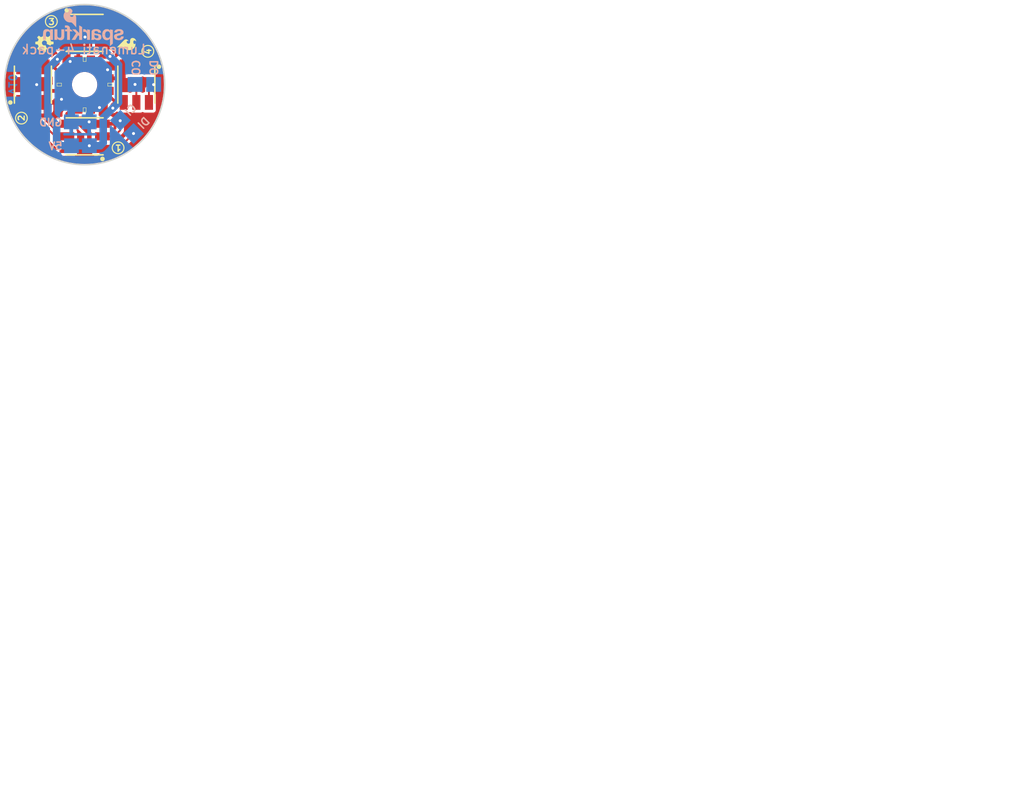
<source format=kicad_pcb>
(kicad_pcb (version 20221018) (generator pcbnew)
  (layers (0 "F.Cu" signal) (31 "B.Cu" signal) (34 "B.Paste" user) (35 "F.Paste" user) (36 "B.SilkS" user "B.Silkscreen") (37 "F.SilkS" user "F.Silkscreen") (38 "B.Mask" user) (39 "F.Mask" user) (44 "Edge.Cuts" user))
  (net 0 "")
  (net 1 "+5V")
  (net 2 "GND")
  (net 3 "Net-(J2-Pad1)")
  (net 4 "Net-(J3-Pad1)")
  (net 5 "Net-(J5-Pad1)")
  (net 6 "Net-(J6-Pad1)")
  (net 7 "Net-(U1-Pad6)")
  (net 8 "Net-(U1-Pad5)")
  (net 9 "Net-(U2-Pad6)")
  (net 10 "Net-(U2-Pad5)")
  (net 11 "Net-(U3-Pad6)")
  (net 12 "Net-(U3-Pad5)")
  (footprint "Pete:0603_revised" (layer "F.Cu") (at 145.923 101.854)
    (fp_text reference "C1" hide)
    (fp_text value "C" hide)
    (fp_line (start -0.19812 -0.29972) (end 0.19812 -0.29972) (stroke (width 0.06604)) (layer "F.SilkS"))
    (fp_line (start -0.19812 0.29972) (end -0.19812 -0.29972) (stroke (width 0.06604)) (layer "F.SilkS"))
    (fp_line (start -0.19812 0.29972) (end 0.19812 0.29972) (stroke (width 0.06604)) (layer "F.SilkS"))
    (fp_line (start 0.19812 0.29972) (end 0.19812 -0.29972) (stroke (width 0.06604)) (layer "F.SilkS"))
    (pad "1" smd rect (at -0.84836 0) (size 1.09982 0.99822) (layers "F.Cu" "F.Paste" "F.Mask") (net 1 "+5V"))
    (pad "2" smd rect (at 0.84836 0) (size 1.09982 0.99822) (layers "F.Cu" "F.Paste" "F.Mask") (net 2 "GND"))
  )
  (footprint "Pete:0603_revised" (layer "F.Cu") (at 142.494 98.425 -90)
    (fp_text reference "C2" hide)
    (fp_text value "C" hide)
    (fp_line (start -0.19812 -0.29972) (end 0.19812 -0.29972) (stroke (width 0.06604)) (layer "F.SilkS"))
    (fp_line (start -0.19812 0.29972) (end -0.19812 -0.29972) (stroke (width 0.06604)) (layer "F.SilkS"))
    (fp_line (start -0.19812 0.29972) (end 0.19812 0.29972) (stroke (width 0.06604)) (layer "F.SilkS"))
    (fp_line (start 0.19812 0.29972) (end 0.19812 -0.29972) (stroke (width 0.06604)) (layer "F.SilkS"))
    (pad "1" smd rect (at -0.84836 0 270) (size 1.09982 0.99822) (layers "F.Cu" "F.Paste" "F.Mask") (net 1 "+5V"))
    (pad "2" smd rect (at 0.84836 0 270) (size 1.09982 0.99822) (layers "F.Cu" "F.Paste" "F.Mask") (net 2 "GND"))
  )
  (footprint "Pete:0603_revised" (layer "F.Cu") (at 145.923 94.996 180)
    (fp_text reference "C3" hide)
    (fp_text value "C" hide)
    (fp_line (start -0.19812 -0.29972) (end 0.19812 -0.29972) (stroke (width 0.06604)) (layer "F.SilkS"))
    (fp_line (start -0.19812 0.29972) (end -0.19812 -0.29972) (stroke (width 0.06604)) (layer "F.SilkS"))
    (fp_line (start -0.19812 0.29972) (end 0.19812 0.29972) (stroke (width 0.06604)) (layer "F.SilkS"))
    (fp_line (start 0.19812 0.29972) (end 0.19812 -0.29972) (stroke (width 0.06604)) (layer "F.SilkS"))
    (pad "1" smd rect (at -0.84836 0 180) (size 1.09982 0.99822) (layers "F.Cu" "F.Paste" "F.Mask") (net 1 "+5V"))
    (pad "2" smd rect (at 0.84836 0 180) (size 1.09982 0.99822) (layers "F.Cu" "F.Paste" "F.Mask") (net 2 "GND"))
  )
  (footprint "Pete:0603_revised" (layer "F.Cu") (at 149.352 98.425 90)
    (fp_text reference "C4" hide)
    (fp_text value "C" hide)
    (fp_line (start -0.19812 -0.29972) (end 0.19812 -0.29972) (stroke (width 0.06604)) (layer "F.SilkS"))
    (fp_line (start -0.19812 0.29972) (end -0.19812 -0.29972) (stroke (width 0.06604)) (layer "F.SilkS"))
    (fp_line (start -0.19812 0.29972) (end 0.19812 0.29972) (stroke (width 0.06604)) (layer "F.SilkS"))
    (fp_line (start 0.19812 0.29972) (end 0.19812 -0.29972) (stroke (width 0.06604)) (layer "F.SilkS"))
    (pad "1" smd rect (at -0.84836 0 90) (size 1.09982 0.99822) (layers "F.Cu" "F.Paste" "F.Mask") (net 1 "+5V"))
    (pad "2" smd rect (at 0.84836 0 90) (size 1.09982 0.99822) (layers "F.Cu" "F.Paste" "F.Mask") (net 2 "GND"))
  )
  (footprint "Pete:APA102_3" (layer "F.Cu") (at 145.923 105.41)
    (fp_text reference "U1" hide)
    (fp_text value "APA102C" hide)
    (fp_line (start -2.5 -2.5) (end 2.5 -2.5) (stroke (width 0.2032)) (layer "F.SilkS"))
    (fp_line (start -2.5 2.5) (end 2.5 2.5) (stroke (width 0.2032)) (layer "F.SilkS"))
    (fp_circle (center 2.413 3.048) (end 2.4765 3.1115) (stroke (width 0.15)) (fill none) (layer "F.SilkS"))
    (fp_circle (center 2.413 3.048) (end 2.54 3.2385) (stroke (width 0.15)) (fill none) (layer "F.SilkS"))
    (pad "1" smd rect (at 2.4 1.7) (size 2 1.1) (layers "F.Cu" "F.Paste" "F.Mask") (net 4 "Net-(J3-Pad1)"))
    (pad "2" smd rect (at 2.399998 0) (size 2 1.1) (layers "F.Cu" "F.Paste" "F.Mask") (net 3 "Net-(J2-Pad1)"))
    (pad "3" smd rect (at 2.4 -1.700001) (size 2 1.1) (layers "F.Cu" "F.Paste" "F.Mask") (net 2 "GND"))
    (pad "4" smd rect (at -2.4 -1.7 180) (size 2 1.1) (layers "F.Cu" "F.Paste" "F.Mask") (net 1 "+5V"))
    (pad "5" smd rect (at -2.399998 0 180) (size 2 1.1) (layers "F.Cu" "F.Paste" "F.Mask") (net 8 "Net-(U1-Pad5)"))
    (pad "6" smd rect (at -2.4 1.700001 180) (size 2 1.1) (layers "F.Cu" "F.Paste" "F.Mask") (net 7 "Net-(U1-Pad6)"))
  )
  (footprint "Pete:APA102_3" (layer "F.Cu") (at 138.938 98.425 -90)
    (fp_text reference "U2" hide)
    (fp_text value "APA102C" hide)
    (fp_line (start -2.5 -2.5) (end 2.5 -2.5) (stroke (width 0.2032)) (layer "F.SilkS"))
    (fp_line (start -2.5 2.5) (end 2.5 2.5) (stroke (width 0.2032)) (layer "F.SilkS"))
    (fp_circle (center 2.413 3.048) (end 2.4765 3.1115) (stroke (width 0.15)) (fill none) (layer "F.SilkS"))
    (fp_circle (center 2.413 3.048) (end 2.54 3.2385) (stroke (width 0.15)) (fill none) (layer "F.SilkS"))
    (pad "1" smd rect (at 2.4 1.7 270) (size 2 1.1) (layers "F.Cu" "F.Paste" "F.Mask") (net 7 "Net-(U1-Pad6)"))
    (pad "2" smd rect (at 2.399998 0 270) (size 2 1.1) (layers "F.Cu" "F.Paste" "F.Mask") (net 8 "Net-(U1-Pad5)"))
    (pad "3" smd rect (at 2.4 -1.700001 270) (size 2 1.1) (layers "F.Cu" "F.Paste" "F.Mask") (net 2 "GND"))
    (pad "4" smd rect (at -2.4 -1.7 90) (size 2 1.1) (layers "F.Cu" "F.Paste" "F.Mask") (net 1 "+5V"))
    (pad "5" smd rect (at -2.399998 0 90) (size 2 1.1) (layers "F.Cu" "F.Paste" "F.Mask") (net 10 "Net-(U2-Pad5)"))
    (pad "6" smd rect (at -2.4 1.700001 90) (size 2 1.1) (layers "F.Cu" "F.Paste" "F.Mask") (net 9 "Net-(U2-Pad6)"))
  )
  (footprint "Pete:APA102_3" (layer "F.Cu") (at 145.923 91.44 180)
    (fp_text reference "U3" hide)
    (fp_text value "APA102C" hide)
    (fp_line (start -2.5 -2.5) (end 2.5 -2.5) (stroke (width 0.2032)) (layer "F.SilkS"))
    (fp_line (start -2.5 2.5) (end 2.5 2.5) (stroke (width 0.2032)) (layer "F.SilkS"))
    (fp_circle (center 2.413 3.048) (end 2.4765 3.1115) (stroke (width 0.15)) (fill none) (layer "F.SilkS"))
    (fp_circle (center 2.413 3.048) (end 2.54 3.2385) (stroke (width 0.15)) (fill none) (layer "F.SilkS"))
    (pad "1" smd rect (at 2.4 1.7 180) (size 2 1.1) (layers "F.Cu" "F.Paste" "F.Mask") (net 9 "Net-(U2-Pad6)"))
    (pad "2" smd rect (at 2.399998 0 180) (size 2 1.1) (layers "F.Cu" "F.Paste" "F.Mask") (net 10 "Net-(U2-Pad5)"))
    (pad "3" smd rect (at 2.4 -1.700001 180) (size 2 1.1) (layers "F.Cu" "F.Paste" "F.Mask") (net 2 "GND"))
    (pad "4" smd rect (at -2.4 -1.7) (size 2 1.1) (layers "F.Cu" "F.Paste" "F.Mask") (net 1 "+5V"))
    (pad "5" smd rect (at -2.399998 0) (size 2 1.1) (layers "F.Cu" "F.Paste" "F.Mask") (net 12 "Net-(U3-Pad5)"))
    (pad "6" smd rect (at -2.4 1.700001) (size 2 1.1) (layers "F.Cu" "F.Paste" "F.Mask") (net 11 "Net-(U3-Pad6)"))
  )
  (footprint "Pete:APA102_3" (layer "F.Cu") (at 152.908 98.425 90)
    (fp_text reference "U4" hide)
    (fp_text value "APA102C" hide)
    (fp_line (start -2.5 -2.5) (end 2.5 -2.5) (stroke (width 0.2032)) (layer "F.SilkS"))
    (fp_line (start -2.5 2.5) (end 2.5 2.5) (stroke (width 0.2032)) (layer "F.SilkS"))
    (fp_circle (center 2.413 3.048) (end 2.4765 3.1115) (stroke (width 0.15)) (fill none) (layer "F.SilkS"))
    (fp_circle (center 2.413 3.048) (end 2.54 3.2385) (stroke (width 0.15)) (fill none) (layer "F.SilkS"))
    (pad "1" smd rect (at 2.4 1.7 90) (size 2 1.1) (layers "F.Cu" "F.Paste" "F.Mask") (net 11 "Net-(U3-Pad6)"))
    (pad "2" smd rect (at 2.399998 0 90) (size 2 1.1) (layers "F.Cu" "F.Paste" "F.Mask") (net 12 "Net-(U3-Pad5)"))
    (pad "3" smd rect (at 2.4 -1.700001 90) (size 2 1.1) (layers "F.Cu" "F.Paste" "F.Mask") (net 2 "GND"))
    (pad "4" smd rect (at -2.4 -1.7 270) (size 2 1.1) (layers "F.Cu" "F.Paste" "F.Mask") (net 1 "+5V"))
    (pad "5" smd rect (at -2.399998 0 270) (size 2 1.1) (layers "F.Cu" "F.Paste" "F.Mask") (net 5 "Net-(J5-Pad1)"))
    (pad "6" smd rect (at -2.4 1.700001 270) (size 2 1.1) (layers "F.Cu" "F.Paste" "F.Mask") (net 6 "Net-(J6-Pad1)"))
  )
  (footprint "SparkFun:OSHW-LOGO-MINI" (layer "F.Cu") (at 140.4874 92.7862 45)
    (fp_text reference "" (at 0 0 45) (layer "F.SilkS") (effects (font (size 1.524 1.524))))
    (fp_text value "" (at 0 0 45) (layer "F.SilkS") (effects (font (size 1.524 1.524))))
    (fp_poly (pts (xy 1.23444 0.17018) (xy 1.23444 -0.14732) (xy 0.8763 -0.20574) (xy 0.8763 -0.24638) (xy 0.86614 -0.25654) (xy 0.86614 -0.27686) (xy 0.85598 -0.28702) (xy 0.84582 -0.30734) (xy 0.84582 -0.32512) (xy 0.83566 -0.33528) (xy 0.83566 -0.3556) (xy 0.8255 -0.36576) (xy 0.81534 -0.38608) (xy 0.80518 -0.39624) (xy 0.80518 -0.41656) (xy 0.79502 -0.42672) (xy 0.78486 -0.44704) (xy 0.7747 -0.4572) (xy 0.98552 -0.74676) (xy 0.75438 -0.9652) (xy 0.46482 -0.76708) (xy 0.45466 -0.77724) (xy 0.43434 -0.78486) (xy 0.42418 -0.78486) (xy 0.4064 -0.79502) (xy 0.39624 -0.80518) (xy 0.37592 -0.81534) (xy 0.36576 -0.81534) (xy 0.34544 -0.8255) (xy 0.33528 -0.83566) (xy 0.31496 -0.83566) (xy 0.29464 -0.84582) (xy 0.28448 -0.84582) (xy 0.26416 -0.85598) (xy 0.25654 -0.85598) (xy 0.23622 -0.86614) (xy 0.2159 -0.86614) (xy 0.15494 -1.21666) (xy -0.16256 -1.21666) (xy -0.22098 -0.86614) (xy -0.23114 -0.86614) (xy -0.25146 -0.85598) (xy -0.27178 -0.85598) (xy -0.28194 -0.84582) (xy -0.30226 -0.84582) (xy -0.32258 -0.83566) (xy -0.33274 -0.83566) (xy -0.35306 -0.8255) (xy -0.36322 -0.81534) (xy -0.381 -0.81534) (xy -0.39116 -0.80518) (xy -0.41148 -0.79502) (xy -0.42164 -0.78486) (xy -0.44196 -0.78486) (xy -0.45212 -0.77724) (xy -0.47244 -0.76708) (xy -0.762 -0.9652) (xy -0.98298 -0.74676) (xy -0.78232 -0.4572) (xy -0.79248 -0.44704) (xy -0.79248 -0.42672) (xy -0.80264 -0.41656) (xy -0.8128 -0.39624) (xy -0.82296 -0.38608) (xy -0.82296 -0.36576) (xy -0.83312 -0.3556) (xy -0.84328 -0.33528) (xy -0.84328 -0.32512) (xy -0.86106 -0.28702) (xy -0.86106 -0.27686) (xy -0.87122 -0.25654) (xy -0.87122 -0.24638) (xy -0.88138 -0.22606) (xy -0.88138 -0.20574) (xy -1.2319 -0.14732) (xy -1.2319 0.17018) (xy -0.88138 0.23114) (xy -0.88138 0.2413) (xy -0.87122 0.26162) (xy -0.87122 0.28194) (xy -0.86106 0.2921) (xy -0.86106 0.31242) (xy -0.8509 0.32258) (xy -0.84328 0.34036) (xy -0.84328 0.36068) (xy -0.83312 0.37084) (xy -0.83312 0.39116) (xy -0.82296 0.40132) (xy -0.8128 0.42164) (xy -0.80264 0.4318) (xy -0.79248 0.45212) (xy -0.79248 0.46228) (xy -0.78232 0.4826) (xy -0.98298 0.762) (xy -0.762 0.9906) (xy -0.47244 0.79248) (xy -0.46228 0.79248) (xy -0.45212 0.8001) (xy -0.44196 0.8001) (xy -0.4318 0.81026) (xy -0.42164 0.81026) (xy -0.41148 0.82042) (xy -0.40132 0.82042) (xy -0.39116 0.83058) (xy -0.381 0.83058) (xy -0.37338 0.84074) (xy -0.36322 0.84074) (xy -0.35306 0.8509) (xy -0.33274 0.8509) (xy -0.32258 0.86106) (xy -0.12192 0.32258) (xy -0.1524 0.31242) (xy -0.19304 0.2921) (xy -0.21336 0.27178) (xy -0.23114 0.26162) (xy -0.25146 0.2413) (xy -0.26162 0.22098) (xy -0.28194 0.20066) (xy -0.30226 0.16256) (xy -0.31242 0.13208) (xy -0.33274 0.09144) (xy -0.33274 0.06096) (xy -0.3429 0.03048) (xy -0.3429 -0.0254) (xy -0.30226 -0.14732) (xy -0.26162 -0.20574) (xy -0.2413 -0.22606) (xy -0.21336 -0.24638) (xy -0.19304 -0.2667) (xy -0.16256 -0.28702) (xy -0.13208 -0.29718) (xy -0.1016 -0.31496) (xy -0.07112 -0.31496) (xy -0.03302 -0.32512) (xy 0.03556 -0.32512) (xy 0.06604 -0.31496) (xy 0.09652 -0.31496) (xy 0.12446 -0.29718) (xy 0.15494 -0.28702) (xy 0.2159 -0.24638) (xy 0.25654 -0.20574) (xy 0.29464 -0.14732) (xy 0.3048 -0.11684) (xy 0.32512 -0.08636) (xy 0.32512 -0.05588) (xy 0.33528 -0.0254) (xy 0.33528 0.06096) (xy 0.32512 0.09144) (xy 0.32512 0.11176) (xy 0.31496 0.13208) (xy 0.3048 0.16256) (xy 0.29464 0.18034) (xy 0.27432 0.20066) (xy 0.26416 0.22098) (xy 0.22606 0.26162) (xy 0.20574 0.27178) (xy 0.18542 0.2921) (xy 0.12446 0.32258) (xy 0.32512 0.86106) (xy 0.32512 0.8509) (xy 0.34544 0.8509) (xy 0.3556 0.84074) (xy 0.36576 0.84074) (xy 0.37592 0.83058) (xy 0.38608 0.83058) (xy 0.39624 0.82042) (xy 0.41656 0.82042) (xy 0.42418 0.81026) (xy 0.43434 0.81026) (xy 0.45466 0.79248) (xy 0.46482 0.79248) (xy 0.75438 0.9906) (xy 0.98552 0.762) (xy 0.7747 0.4826) (xy 0.78486 0.46228) (xy 0.79502 0.45212) (xy 0.80518 0.4318) (xy 0.80518 0.42164) (xy 0.81534 0.40132) (xy 0.8255 0.39116) (xy 0.83566 0.37084) (xy 0.83566 0.36068) (xy 0.85598 0.32258) (xy 0.85598 0.31242) (xy 0.86614 0.2921) (xy 0.86614 0.28194) (xy 0.8763 0.26162) (xy 0.8763 0.2413) (xy 0.88646 0.23114)) (stroke (width 0.01)) (fill solid) (layer "F.SilkS"))
  )
  (footprint "SparkFun:SFE_LOGO_FLAME_.1" (layer "F.Cu") (at 149.8092 93.4212 -45)
    (fp_text reference "" (at 0 0 315) (layer "F.SilkS") (effects (font (size 1.524 1.524))))
    (fp_text value "" (at 0 0 315) (layer "F.SilkS") (effects (font (size 1.524 1.524))))
    (fp_poly (pts (xy 1.69926 -2.4892) (xy 1.69926 -2.39776) (xy 1.6891 -2.36982) (xy 1.67894 -2.3495) (xy 1.64846 -2.31902) (xy 1.61798 -2.30886) (xy 1.5875 -2.30886) (xy 1.50876 -2.32918) (xy 1.46812 -2.3495) (xy 1.43764 -2.36982) (xy 1.39954 -2.39776) (xy 1.33858 -2.45872) (xy 1.29794 -2.51968) (xy 1.28778 -2.55778) (xy 1.28778 -2.61874) (xy 1.29794 -2.64922) (xy 1.3081 -2.66954) (xy 1.32842 -2.69748) (xy 1.36906 -2.72796) (xy 1.4097 -2.74828) (xy 1.45796 -2.75844) (xy 1.4986 -2.7686) (xy 1.55956 -2.7686) (xy 1.57988 -2.75844) (xy 1.5875 -2.75844) (xy 1.57988 -2.7686) (xy 1.53924 -2.79908) (xy 1.39954 -2.86766) (xy 1.3081 -2.88798) (xy 1.20904 -2.88798) (xy 1.09982 -2.86766) (xy 0.98806 -2.80924) (xy 0.89916 -2.73812) (xy 0.84836 -2.65938) (xy 0.81788 -2.56794) (xy 0.81788 -2.4892) (xy 0.8382 -2.39776) (xy 0.889 -2.30886) (xy 0.95758 -2.22758) (xy 1.03886 -2.13868) (xy 1.10998 -2.06756) (xy 1.13792 -1.98882) (xy 1.13792 -1.9177) (xy 1.1176 -1.85928) (xy 1.0795 -1.80848) (xy 1.01854 -1.76784) (xy 0.9398 -1.74752) (xy 0.85852 -1.74752) (xy 0.80772 -1.75768) (xy 0.75946 -1.778) (xy 0.6985 -1.83896) (xy 0.67818 -1.86944) (xy 0.66802 -1.89992) (xy 0.66802 -1.93802) (xy 0.67818 -1.9685) (xy 0.73914 -2.02946) (xy 0.76962 -2.03962) (xy 0.80772 -2.05994) (xy 0.81788 -2.06756) (xy 0.77978 -2.08788) (xy 0.65786 -2.08788) (xy 0.59944 -2.07772) (xy 0.54864 -2.06756) (xy 0.49784 -2.04978) (xy 0.45974 -2.0193) (xy 0.40894 -1.97866) (xy 0.34798 -1.8796) (xy 0.32766 -1.80848) (xy 0.3175 -1.72974) (xy 0.3175 -0.35814) (xy 0.3683 -0.40894) (xy 0.39878 -0.45974) (xy 0.44958 -0.508) (xy 0.49784 -0.56896) (xy 0.61976 -0.68834) (xy 0.73914 -0.82804) (xy 0.8382 -0.92964) (xy 0.9398 -0.98806) (xy 0.99822 -0.99822) (xy 1.18872 -0.99822) (xy 1.3081 -1.01854) (xy 1.41986 -1.04902) (xy 1.51892 -1.08966) (xy 1.61798 -1.14808) (xy 1.69926 -1.2192) (xy 1.778 -1.29794) (xy 1.84912 -1.38938) (xy 1.94818 -1.56972) (xy 1.99898 -1.75768) (xy 2.00914 -1.92786) (xy 1.97866 -2.08788) (xy 1.92786 -2.23774) (xy 1.85928 -2.3495) (xy 1.778 -2.4384)) (stroke (width 0.01)) (fill solid) (layer "F.SilkS"))
  )
  (footprint "SparkFun:FIDUCIAL-MICRO" (layer "F.Cu") (at 153.0096 91.3384)
    (fp_text reference "" (at 0 0) (layer "F.SilkS") (effects (font (size 1.524 1.524))))
    (fp_text value "" (at 0 0) (layer "F.SilkS") (effects (font (size 1.524 1.524))))
    (pad "1" smd circle (at 0 0) (size 0.635 0.635) (layers "F.Cu" "F.Paste" "F.Mask"))
  )
  (footprint "SparkFun:FIDUCIAL-MICRO" (layer "F.Cu") (at 138.8872 105.4608)
    (fp_text reference "" (at 0 0) (layer "F.SilkS") (effects (font (size 1.524 1.524))))
    (fp_text value "" (at 0 0) (layer "F.SilkS") (effects (font (size 1.524 1.524))))
    (pad "1" smd circle (at 0 0) (size 0.635 0.635) (layers "F.Cu" "F.Paste" "F.Mask"))
  )
  (footprint "Pete:STAND-OFF_115_2" (layer "F.Cu") (at 145.923 98.425)
    (fp_text reference "Ref**" hide)
    (fp_text value "Val**" hide)
    (pad "" np_thru_hole circle (at 0 0) (size 2.921 2.921) (drill 2.921) (layers "*.Cu" "*.Mask"))
  )
  (footprint "Pete:solder_pad_2" (layer "B.Cu") (at 146.558 106.68 -60)
    (fp_text reference "J1" hide)
    (fp_text value "5V")
    (pad "1" smd rect (at 0 0) (size 2 2) (layers "B.Cu" "B.Paste" "B.Mask") (net 1 "+5V"))
  )
  (footprint "Pete:solder_pad_2" (layer "B.Cu") (at 150.749 103.251 30)
    (fp_text reference "J2" hide)
    (fp_text value "CI")
    (pad "1" smd rect (at 0 0 45) (size 2 2) (layers "B.Cu" "B.Paste" "B.Mask") (net 3 "Net-(J2-Pad1)"))
  )
  (footprint "Pete:solder_pad_2" (layer "B.Cu") (at 152.527 105.029)
    (fp_text reference "J3" hide)
    (fp_text value "DI")
    (pad "1" smd rect (at 0 0 45) (size 2 2) (layers "B.Cu" "B.Paste" "B.Mask") (net 4 "Net-(J3-Pad1)"))
  )
  (footprint "Pete:solder_pad_2" (layer "B.Cu") (at 146.5326 103.4542 150)
    (fp_text reference "J4" hide)
    (fp_text value "GND")
    (pad "1" smd rect (at 0 0 180) (size 2 2) (layers "B.Cu" "B.Paste" "B.Mask") (net 2 "GND"))
  )
  (footprint "Pete:solder_pad_2" (layer "B.Cu") (at 151.4602 98.3996 -30)
    (fp_text reference "J5" hide)
    (fp_text value "CO")
    (pad "1" smd rect (at 1.099852 -0.635 270) (size 2 2) (layers "B.Cu" "B.Paste" "B.Mask") (net 5 "Net-(J5-Pad1)"))
  )
  (footprint "Pete:solder_pad_2" (layer "B.Cu") (at 155.2448 98.3996 90)
    (fp_text reference "J6" hide)
    (fp_text value "DO")
    (pad "1" smd rect (at 0 0 90) (size 2 2) (layers "B.Cu" "B.Paste" "B.Mask") (net 6 "Net-(J6-Pad1)"))
  )
  (footprint "Aesthetics:SFE_LOGO_NAME_FLAME_.1" (layer "B.Cu") (at 151.638 93.3196 180)
    (fp_text reference "" (at 0 0 180) (layer "B.SilkS") (effects (font (size 1.524 1.524)) (justify mirror)))
    (fp_text value "" (at 0 0 180) (layer "B.SilkS") (effects (font (size 1.524 1.524)) (justify mirror)))
    (fp_poly (pts (xy 2.9083 1.39954) (xy 2.93878 1.47828) (xy 2.94894 1.55956) (xy 2.94894 1.6383) (xy 3.33756 1.62814) (xy 3.32994 1.48844) (xy 3.29946 1.3589) (xy 3.24866 1.23952)) (stroke (width 0.01)) (fill solid) (layer "B.SilkS"))
    (fp_poly (pts (xy 6.0579 2.6797) (xy 6.44906 2.88798) (xy 6.44906 1.84912) (xy 6.93928 2.35966) (xy 7.39902 2.35966) (xy 6.86816 1.83896) (xy 7.45998 0.9398) (xy 6.98754 0.9398) (xy 6.59892 1.56972) (xy 6.44906 1.42748) (xy 6.44906 0.9398) (xy 6.0579 0.9398)) (stroke (width 0.01)) (fill solid) (layer "B.SilkS"))
    (fp_poly (pts (xy 3.92938 1.74752) (xy 4.01828 1.75768) (xy 4.10972 1.76784) (xy 4.1783 1.778) (xy 4.2291 1.57988) (xy 4.20878 1.56972) (xy 4.18846 1.56972) (xy 4.15798 1.55956) (xy 4.11988 1.55956) (xy 4.0894 1.5494) (xy 4.04876 1.5494) (xy 4.02844 1.53924) (xy 4.00812 1.53924)) (stroke (width 0.01)) (fill solid) (layer "B.SilkS"))
    (fp_poly (pts (xy 4.99872 2.28854) (xy 5.04952 2.2987) (xy 5.08762 2.30886) (xy 5.13842 2.30886) (xy 5.18922 2.31902) (xy 5.22986 2.32918) (xy 5.27812 2.33934) (xy 5.32892 2.3495) (xy 5.36956 2.35966) (xy 5.36956 2.08788) (xy 5.40766 2.159) (xy 5.4483 2.2098) (xy 5.4991 2.26822) (xy 5.5499 2.30886) (xy 5.61848 2.3495) (xy 5.67944 2.36982) (xy 5.74802 2.3876) (xy 5.88772 2.3876) (xy 5.89788 2.37998) (xy 5.90804 2.37998) (xy 5.90804 2.0193) (xy 5.89788 2.0193) (xy 5.87756 2.02946) (xy 5.76834 2.02946) (xy 5.66928 2.0193) (xy 5.588 1.99898) (xy 5.51942 1.95834) (xy 5.46862 1.89992) (xy 5.42798 1.8288) (xy 5.40766 1.75768) (xy 5.38988 1.66878) (xy 5.38988 0.9398) (xy 4.99872 0.9398) (xy 4.99872 2.11836)) (stroke (width 0.01)) (fill solid) (layer "B.SilkS"))
    (fp_poly (pts (xy 7.69874 2.09804) (xy 7.30758 2.09804) (xy 7.34822 2.12852) (xy 7.3787 2.159) (xy 7.40918 2.18948) (xy 7.44982 2.22758) (xy 7.47776 2.25806) (xy 7.50824 2.28854) (xy 7.54888 2.31902) (xy 7.57936 2.35966) (xy 7.69874 2.35966) (xy 7.69874 2.55778) (xy 7.72922 2.63906) (xy 7.7597 2.70764) (xy 7.80796 2.7686) (xy 7.87908 2.8194) (xy 7.95782 2.8575) (xy 8.05942 2.88798) (xy 8.34898 2.88798) (xy 8.3693 2.87782) (xy 8.3693 2.59842) (xy 8.19912 2.59842) (xy 8.15848 2.58826) (xy 8.13816 2.5781) (xy 8.11784 2.56794) (xy 8.09752 2.54) (xy 8.0899 2.51968) (xy 8.0899 2.47904) (xy 8.07974 2.4384) (xy 8.07974 2.35966) (xy 8.34898 2.35966) (xy 8.34898 2.09804) (xy 8.07974 2.09804) (xy 8.07974 0.9398) (xy 7.69874 0.9398) (xy 7.69874 1.94818)) (stroke (width 0.01)) (fill solid) (layer "B.SilkS"))
    (fp_poly (pts (xy 9.78916 0.9398) (xy 9.41832 0.9398) (xy 9.41832 1.13792) (xy 9.40816 1.13792) (xy 9.36752 1.0795) (xy 9.32942 1.0287) (xy 9.27862 0.98806) (xy 9.21766 0.95758) (xy 9.1694 0.9398) (xy 9.10844 0.91948) (xy 9.03986 0.90932) (xy 8.9789 0.89916) (xy 8.8392 0.90932) (xy 8.72998 0.94996) (xy 8.63854 0.99822) (xy 8.56996 1.05918) (xy 8.51916 1.14808) (xy 8.48868 1.24968) (xy 8.46836 1.3589) (xy 8.46836 2.35966) (xy 8.84936 2.35966) (xy 8.84936 1.55956) (xy 8.85952 1.47828) (xy 8.86968 1.39954) (xy 8.87984 1.33858) (xy 8.90778 1.29794) (xy 8.93826 1.25984) (xy 8.98906 1.22936) (xy 9.03986 1.2192) (xy 9.09828 1.20904) (xy 9.17956 1.2192) (xy 9.23798 1.22936) (xy 9.28878 1.25984) (xy 9.32942 1.29794) (xy 9.3599 1.3589) (xy 9.38784 1.42748) (xy 9.398 1.50876) (xy 9.398 2.35966) (xy 9.78916 2.35966) (xy 9.78916 1.1176)) (stroke (width 0.01)) (fill solid) (layer "B.SilkS"))
    (fp_poly (pts (xy 9.99998 2.35966) (xy 10.36828 2.35966) (xy 10.36828 2.159) (xy 10.37844 2.159) (xy 10.41908 2.21996) (xy 10.45972 2.25806) (xy 10.50798 2.2987) (xy 10.56894 2.33934) (xy 10.6299 2.35966) (xy 10.68832 2.37998) (xy 10.74928 2.3876) (xy 10.8077 2.3876) (xy 10.94994 2.37998) (xy 11.05916 2.3495) (xy 11.14806 2.2987) (xy 11.21918 2.22758) (xy 11.26998 2.14884) (xy 11.29792 2.04978) (xy 11.31824 1.93802) (xy 11.3284 1.80848) (xy 11.3284 0.9398) (xy 10.93978 0.9398) (xy 10.93978 1.7399) (xy 10.92962 1.81864) (xy 10.91946 1.88976) (xy 10.9093 1.94818) (xy 10.87882 1.99898) (xy 10.84834 2.03962) (xy 10.79754 2.06756) (xy 10.74928 2.07772) (xy 10.68832 2.08788) (xy 10.60958 2.07772) (xy 10.54862 2.06756) (xy 10.49782 2.03962) (xy 10.45972 1.98882) (xy 10.42924 1.93802) (xy 10.39876 1.86944) (xy 10.3886 1.778) (xy 10.3886 0.9398) (xy 9.99998 0.9398) (xy 9.99998 2.17932)) (stroke (width 0.01)) (fill solid) (layer "B.SilkS"))
    (fp_poly (pts (xy 3.24866 1.23952) (xy 3.1877 1.12776) (xy 3.0988 1.03886) (xy 2.98958 0.95758) (xy 2.86766 0.91948) (xy 2.7178 0.89916) (xy 2.65938 0.90932) (xy 2.59842 0.91948) (xy 2.54 0.92964) (xy 2.47904 0.95758) (xy 2.42824 0.98806) (xy 2.37998 1.01854) (xy 2.33934 1.06934) (xy 2.2987 1.1176) (xy 2.28854 1.1176) (xy 2.28854 0.09906) (xy 2.2479 0.1397) (xy 2.19964 0.18796) (xy 2.14884 0.2286) (xy 2.09804 0.26924) (xy 2.04978 0.30988) (xy 1.99898 0.35814) (xy 1.95834 0.39878) (xy 1.90754 0.43942) (xy 1.90754 2.28854) (xy 1.94818 2.2987) (xy 1.99898 2.30886) (xy 2.04978 2.30886) (xy 2.08788 2.31902) (xy 2.13868 2.32918) (xy 2.17932 2.33934) (xy 2.22758 2.3495) (xy 2.27838 2.35966) (xy 2.27838 2.17932) (xy 2.31902 2.22758) (xy 2.35966 2.26822) (xy 2.40792 2.30886) (xy 2.45872 2.33934) (xy 2.50952 2.36982) (xy 2.56794 2.37998) (xy 2.6289 2.3876) (xy 2.69748 2.3876) (xy 2.84988 2.37998) (xy 2.98958 2.32918) (xy 3.0988 2.25806) (xy 3.1877 2.159) (xy 3.25882 2.04978) (xy 3.29946 1.9177) (xy 3.32994 1.778) (xy 3.33756 1.62814) (xy 2.94894 1.6383) (xy 2.94894 1.72974) (xy 2.93878 1.80848) (xy 2.9083 1.88976) (xy 2.87782 1.95834) (xy 2.82956 2.0193) (xy 2.7686 2.05994) (xy 2.69748 2.08788) (xy 2.60858 2.09804) (xy 2.52984 2.08788) (xy 2.44856 2.05994) (xy 2.39776 2.0193) (xy 2.3495 1.95834) (xy 2.31902 1.88976) (xy 2.28854 1.80848) (xy 2.27838 1.72974) (xy 2.27838 1.55956) (xy 2.2987 1.47828) (xy 2.31902 1.39954) (xy 2.3495 1.32842) (xy 2.39776 1.27762) (xy 2.45872 1.22936) (xy 2.52984 1.20904) (xy 2.61874 1.19888) (xy 2.69748 1.20904) (xy 2.77876 1.22936) (xy 2.83972 1.27762) (xy 2.87782 1.32842) (xy 2.9083 1.39954)) (stroke (width 0.01)) (fill solid) (layer "B.SilkS"))
    (fp_poly (pts (xy 0.80772 1.39954) (xy 0.80772 1.33858) (xy 0.82804 1.28778) (xy 0.85852 1.24968) (xy 0.89916 1.2192) (xy 0.9398 1.18872) (xy 0.99822 1.17856) (xy 1.04902 1.1684) (xy 1.10998 1.15824) (xy 1.14808 1.1684) (xy 1.18872 1.1684) (xy 1.22936 1.17856) (xy 1.27 1.19888) (xy 1.3081 1.22936) (xy 1.33858 1.25984) (xy 1.34874 1.29794) (xy 1.3589 1.33858) (xy 1.34874 1.37922) (xy 1.32842 1.41986) (xy 1.28778 1.4478) (xy 1.23952 1.47828) (xy 1.17856 1.4986) (xy 1.09982 1.51892) (xy 1.01854 1.53924) (xy 0.91948 1.55956) (xy 0.82804 1.57988) (xy 0.7493 1.60782) (xy 0.67818 1.6383) (xy 0.6096 1.67894) (xy 0.54864 1.71958) (xy 0.508 1.778) (xy 0.47752 1.84912) (xy 0.4699 1.93802) (xy 0.47752 2.05994) (xy 0.51816 2.159) (xy 0.58928 2.23774) (xy 0.65786 2.2987) (xy 0.75946 2.3495) (xy 0.85852 2.36982) (xy 0.96774 2.3876) (xy 1.19888 2.3876) (xy 1.3081 2.36982) (xy 1.4097 2.33934) (xy 1.4986 2.2987) (xy 1.57988 2.23774) (xy 1.6383 2.159) (xy 1.6891 2.05994) (xy 1.70942 1.93802) (xy 1.33858 1.93802) (xy 1.32842 1.98882) (xy 1.3081 2.03962) (xy 1.28778 2.06756) (xy 1.25984 2.08788) (xy 1.2192 2.1082) (xy 1.1684 2.12852) (xy 0.99822 2.12852) (xy 0.96774 2.11836) (xy 0.92964 2.1082) (xy 0.89916 2.09804) (xy 0.87884 2.06756) (xy 0.85852 2.03962) (xy 0.85852 1.99898) (xy 0.86868 1.95834) (xy 0.89916 1.9177) (xy 0.9398 1.88976) (xy 0.99822 1.85928) (xy 1.05918 1.83896) (xy 1.13792 1.8288) (xy 1.2192 1.80848) (xy 1.29794 1.78816) (xy 1.37922 1.76784) (xy 1.46812 1.74752) (xy 1.53924 1.70942) (xy 1.60782 1.66878) (xy 1.66878 1.61798) (xy 1.70942 1.55956) (xy 1.7399 1.48844) (xy 1.74752 1.39954) (xy 1.72974 1.27) (xy 1.6891 1.15824) (xy 1.62814 1.0795) (xy 1.5494 1.00838) (xy 1.4478 0.95758) (xy 1.33858 0.92964) (xy 1.2192 0.90932) (xy 1.09982 0.89916) (xy 0.9779 0.90932) (xy 0.85852 0.92964) (xy 0.7493 0.95758) (xy 0.6477 1.00838) (xy 0.56896 1.0795) (xy 0.49784 1.1684) (xy 0.45974 1.27) (xy 0.43942 1.39954) (xy 0.75946 1.39954)) (stroke (width 0.01)) (fill solid) (layer "B.SilkS"))
    (fp_poly (pts (xy 8.24992 4.77774) (xy 8.24992 4.699) (xy 8.23976 4.66852) (xy 8.2296 4.63804) (xy 8.19912 4.61772) (xy 8.16864 4.60756) (xy 8.09752 4.60756) (xy 8.05942 4.62788) (xy 8.01878 4.6482) (xy 7.9883 4.66852) (xy 7.94766 4.699) (xy 7.91972 4.71932) (xy 7.88924 4.7498) (xy 7.86892 4.7879) (xy 7.8486 4.81838) (xy 7.83844 4.85902) (xy 7.82828 4.8895) (xy 7.83844 4.91998) (xy 7.8486 4.93776) (xy 7.85876 4.96824) (xy 7.87908 4.99872) (xy 7.91972 5.0292) (xy 7.95782 5.04952) (xy 8.00862 5.05968) (xy 8.04926 5.06984) (xy 8.07974 5.06984) (xy 8.10768 5.05968) (xy 8.13816 5.05968) (xy 8.128 5.06984) (xy 8.0899 5.09778) (xy 8.02894 5.12826) (xy 7.94766 5.15874) (xy 7.85876 5.18922) (xy 7.7597 5.18922) (xy 7.64794 5.1689) (xy 7.53872 5.10794) (xy 7.44982 5.0292) (xy 7.39902 4.95808) (xy 7.36854 4.86918) (xy 7.36854 4.7879) (xy 7.38886 4.699) (xy 7.43966 4.60756) (xy 7.50824 4.52882) (xy 7.58952 4.43992) (xy 7.6581 4.35864) (xy 7.68858 4.28752) (xy 7.68858 4.21894) (xy 7.66826 4.15798) (xy 7.62762 4.10972) (xy 7.5692 4.06908) (xy 7.48792 4.04876) (xy 7.40918 4.04876) (xy 7.35838 4.05892) (xy 7.30758 4.07924) (xy 7.27964 4.09956) (xy 7.24916 4.1275) (xy 7.22884 4.16814) (xy 7.21868 4.19862) (xy 7.21868 4.2291) (xy 7.22884 4.25958) (xy 7.24916 4.28752) (xy 7.26948 4.30784) (xy 7.2898 4.32816) (xy 7.31774 4.33832) (xy 7.33806 4.34848) (xy 7.35838 4.35864) (xy 7.36854 4.3688) (xy 7.34822 4.37896) (xy 7.3279 4.37896) (xy 7.2898 4.38912) (xy 7.20852 4.38912) (xy 7.14756 4.37896) (xy 7.0993 4.35864) (xy 7.0485 4.33832) (xy 7.00786 4.30784) (xy 6.9596 4.2799) (xy 6.92912 4.2291) (xy 6.89864 4.16814) (xy 6.87832 4.10972) (xy 6.86816 4.01828) (xy 6.858 3.92938) (xy 6.858 2.64922) (xy 6.86816 2.64922) (xy 6.88848 2.6797) (xy 6.91896 2.70764) (xy 6.94944 2.74828) (xy 6.9977 2.79908) (xy 7.0485 2.8575) (xy 7.10946 2.91846) (xy 7.15772 2.98958) (xy 7.22884 3.05816) (xy 7.2898 3.11912) (xy 7.33806 3.17754) (xy 7.38886 3.21818) (xy 7.43966 3.25882) (xy 7.48792 3.2893) (xy 7.54888 3.29946) (xy 7.73938 3.29946) (xy 7.85876 3.31978) (xy 7.96798 3.34772) (xy 8.06958 3.38836) (xy 8.16864 3.44932) (xy 8.24992 3.5179) (xy 8.32866 3.59918) (xy 8.39978 3.68808) (xy 8.49884 3.86842) (xy 8.54964 4.04876) (xy 8.5598 4.2291) (xy 8.52932 4.38912) (xy 8.47852 4.52882) (xy 8.40994 4.6482) (xy 8.32866 4.73964)) (stroke (width 0.01)) (fill solid) (layer "B.SilkS"))
    (fp_poly (pts (xy 4.00812 1.53924) (xy 3.97764 1.52908) (xy 3.95986 1.51892) (xy 3.9497 1.50876) (xy 3.92938 1.4986) (xy 3.90906 1.48844) (xy 3.8989 1.47828) (xy 3.87858 1.46812) (xy 3.86842 1.4478) (xy 3.85826 1.42748) (xy 3.8481 1.4097) (xy 3.8481 1.38938) (xy 3.83794 1.36906) (xy 3.83794 1.31826) (xy 3.8481 1.28778) (xy 3.8481 1.27) (xy 3.85826 1.24968) (xy 3.86842 1.23952) (xy 3.87858 1.2192) (xy 3.8989 1.20904) (xy 3.90906 1.19888) (xy 3.92938 1.18872) (xy 3.9497 1.17856) (xy 3.96748 1.17856) (xy 3.9878 1.1684) (xy 4.00812 1.1684) (xy 4.02844 1.15824) (xy 4.07924 1.15824) (xy 4.1275 1.1684) (xy 4.1783 1.1684) (xy 4.21894 1.18872) (xy 4.25958 1.19888) (xy 4.28752 1.2192) (xy 4.30784 1.23952) (xy 4.32816 1.27) (xy 4.34848 1.28778) (xy 4.35864 1.31826) (xy 4.3688 1.34874) (xy 4.37896 1.36906) (xy 4.38912 1.39954) (xy 4.38912 1.62814) (xy 4.37896 1.61798) (xy 4.3688 1.60782) (xy 4.34848 1.60782) (xy 4.32816 1.59766) (xy 4.30784 1.5875) (xy 4.28752 1.5875) (xy 4.26974 1.57988) (xy 4.2291 1.57988) (xy 4.1783 1.778) (xy 4.24942 1.79832) (xy 4.30784 1.81864) (xy 4.35864 1.84912) (xy 4.38912 1.88976) (xy 4.38912 1.99898) (xy 4.37896 2.0193) (xy 4.3688 2.03962) (xy 4.35864 2.05994) (xy 4.34848 2.06756) (xy 4.33832 2.08788) (xy 4.318 2.09804) (xy 4.29768 2.1082) (xy 4.2799 2.11836) (xy 4.25958 2.11836) (xy 4.23926 2.12852) (xy 4.05892 2.12852) (xy 4.0386 2.11836) (xy 4.01828 2.1082) (xy 3.99796 2.09804) (xy 3.97764 2.08788) (xy 3.95986 2.07772) (xy 3.9497 2.06756) (xy 3.92938 2.04978) (xy 3.91922 2.03962) (xy 3.90906 2.0193) (xy 3.8989 1.98882) (xy 3.88874 1.9685) (xy 3.88874 1.9177) (xy 3.49758 1.9177) (xy 3.50774 1.97866) (xy 3.5179 2.03962) (xy 3.53822 2.09804) (xy 3.5687 2.13868) (xy 3.59918 2.18948) (xy 3.62966 2.22758) (xy 3.66776 2.25806) (xy 3.71856 2.28854) (xy 3.76936 2.31902) (xy 3.81762 2.33934) (xy 3.86842 2.3495) (xy 3.92938 2.36982) (xy 3.9878 2.37998) (xy 4.0386 2.3876) (xy 4.26974 2.3876) (xy 4.318 2.37998) (xy 4.37896 2.37998) (xy 4.42976 2.36982) (xy 4.47802 2.3495) (xy 4.52882 2.33934) (xy 4.57962 2.31902) (xy 4.61772 2.28854) (xy 4.65836 2.25806) (xy 4.699 2.22758) (xy 4.72948 2.18948) (xy 4.7498 2.14884) (xy 4.76758 2.09804) (xy 4.77774 2.04978) (xy 4.77774 1.17856) (xy 4.7879 1.15824) (xy 4.7879 1.06934) (xy 4.79806 1.04902) (xy 4.79806 1.0287) (xy 4.80822 1.00838) (xy 4.80822 0.9779) (xy 4.81838 0.95758) (xy 4.82854 0.94996) (xy 4.82854 0.9398) (xy 4.43992 0.9398) (xy 4.43992 0.94996) (xy 4.42976 0.95758) (xy 4.42976 0.96774) (xy 4.4196 0.9779) (xy 4.4196 1.00838) (xy 4.40944 1.01854) (xy 4.40944 1.0795) (xy 4.38912 1.04902) (xy 4.35864 1.0287) (xy 4.33832 1.00838) (xy 4.30784 0.98806) (xy 4.2799 0.9779) (xy 4.24942 0.95758) (xy 4.21894 0.94996) (xy 4.18846 0.9398) (xy 4.15798 0.92964) (xy 4.1275 0.91948) (xy 4.09956 0.91948) (xy 4.06908 0.90932) (xy 4.02844 0.90932) (xy 3.99796 0.89916) (xy 3.88874 0.89916) (xy 3.83794 0.90932) (xy 3.78968 0.90932) (xy 3.74904 0.91948) (xy 3.69824 0.9398) (xy 3.6576 0.95758) (xy 3.62966 0.9779) (xy 3.58902 0.99822) (xy 3.55854 1.0287) (xy 3.53822 1.05918) (xy 3.50774 1.09982) (xy 3.48996 1.12776) (xy 3.4798 1.17856) (xy 3.45948 1.2192) (xy 3.45948 1.27) (xy 3.44932 1.31826) (xy 3.46964 1.42748) (xy 3.49758 1.51892) (xy 3.53822 1.5875) (xy 3.60934 1.64846) (xy 3.67792 1.6891) (xy 3.7592 1.71958) (xy 3.83794 1.7399) (xy 3.92938 1.74752)) (stroke (width 0.01)) (fill solid) (layer "B.SilkS"))
  )
  (footprint "Pete:solder_pad_2" (layer "B.Cu") (at 144.145 106.68)
    (fp_text reference "J7" hide)
    (fp_text value "5V")
    (pad "1" smd rect (at 0 0) (size 2 2) (layers "B.Cu" "B.Paste" "B.Mask") (net 1 "+5V"))
  )
  (footprint "Pete:solder_pad_2" (layer "B.Cu") (at 144.1196 103.4542)
    (fp_text reference "J8" hide)
    (fp_text value "GND")
    (pad "1" smd rect (at 0 0) (size 2 2) (layers "B.Cu" "B.Paste" "B.Mask") (net 2 "GND"))
  )
  (gr_circle (center 154.4574 93.9292) (end 155.0924 94.4118) (stroke (width 0.15)) (fill none) (layer "F.SilkS"))
  (gr_circle (center 141.4272 89.8906) (end 142.0622 90.3732) (stroke (width 0.15)) (fill none) (layer "F.SilkS"))
  (gr_circle (center 137.3886 102.9462) (end 137.922 103.5304) (stroke (width 0.15)) (fill none) (layer "F.SilkS"))
  (gr_circle (center 150.4442 106.9594) (end 151.0538 107.4674) (stroke (width 0.15)) (fill none) (layer "F.SilkS"))
  (gr_circle (center 145.923 98.425) (end 154.178 105.41) (stroke (width 0.2032)) (fill none) (layer "Edge.Cuts"))
  (gr_text "v10" (at 136.1694 98.3488 270) (layer "B.Cu") (effects (font (size 1.016 1.016) (thickness 0.2032)) (justify mirror)))
  (gr_text "GND" (at 141.351 103.5304) (layer "B.SilkS") (effects (font (size 1.016 1.016) (thickness 0.2032)) (justify mirror)))
  (gr_text "DO" (at 155.321 96.139 90) (layer "B.SilkS") (effects (font (size 1.016 1.016) (thickness 0.2032)) (justify mirror)))
  (gr_text "Lumenati 4-pack" (at 145.796 93.6752) (layer "B.SilkS") (effects (font (size 1.27 1.27) (thickness 0.2032)) (justify mirror)))
  (gr_text "CI" (at 152.146 101.854 45) (layer "B.SilkS") (effects (font (size 1.016 1.016) (thickness 0.2032)) (justify mirror)))
  (gr_text "DI" (at 153.924 103.632 45) (layer "B.SilkS") (effects (font (size 1.016 1.016) (thickness 0.2032)) (justify mirror)))
  (gr_text "5V" (at 141.986 106.7308) (layer "B.SilkS") (effects (font (size 1.016 1.016) (thickness 0.2032)) (justify mirror)))
  (gr_text "CO" (at 152.908 96.139 90) (layer "B.SilkS") (effects (font (size 1.016 1.016) (thickness 0.2032)) (justify mirror)))
  (gr_text "2" (at 137.3886 102.9208 90) (layer "F.SilkS") (effects (font (size 0.8128 0.8128) (thickness 0.1778))))
  (gr_text "3" (at 141.4526 89.9414) (layer "F.SilkS") (effects (font (size 0.8128 0.8128) (thickness 0.1778))))
  (gr_text "4" (at 154.5082 93.9546 90) (layer "F.SilkS") (effects (font (size 0.8128 0.8128) (thickness 0.1778))))
  (gr_text "1" (at 150.4442 106.9594 180) (layer "F.SilkS") (effects (font (size 0.8128 0.8128) (thickness 0.1778))))
  (segment (start 150.127 100.825) (end 149.733 101.219) (width 0.6096) (layer "F.Cu") (net 1))
  (segment (start 149.733 101.219) (end 149.733 101.6) (width 0.6096) (layer "F.Cu") (net 1))
  (segment (start 141.719 96.025) (end 142.24 95.504) (width 0.6096) (layer "F.Cu") (net 1))
  (segment (start 142.24 95.504) (end 142.24 94.996) (width 0.6096) (layer "F.Cu") (net 1))
  (segment (start 145.2644 103.71) (end 146.558 105.0036) (width 0.6096) (layer "F.Cu") (net 1))
  (segment (start 146.558 105.0036) (end 146.558 106.68) (width 0.6096) (layer "F.Cu") (net 1))
  (segment (start 142.494 96.8) (end 141.719 96.025) (width 0.4064) (layer "F.Cu") (net 1))
  (segment (start 144.018 101.854) (end 143.523 102.349) (width 0.4064) (layer "F.Cu") (net 1))
  (segment (start 143.523 102.349) (end 143.523 103.71) (width 0.4064) (layer "F.Cu") (net 1))
  (segment (start 149.352 100.05) (end 150.127 100.825) (width 0.4064) (layer "F.Cu") (net 1))
  (segment (start 148.323 94.348) (end 148.59 94.615) (width 0.6096) (layer "F.Cu") (net 1))
  (segment (start 148.59 94.615) (end 149.352 94.615) (width 0.6096) (layer "F.Cu") (net 1))
  (segment (start 147.675 94.996) (end 148.323 94.348) (width 0.4064) (layer "F.Cu") (net 1))
  (segment (start 148.323 93.14) (end 148.323 94.348) (width 0.6096) (layer "F.Cu") (net 1))
  (segment (start 151.208 100.825) (end 150.127 100.825) (width 0.6096) (layer "F.Cu") (net 1))
  (segment (start 146.77136 94.996) (end 147.675 94.996) (width 0.4064) (layer "F.Cu") (net 1))
  (segment (start 142.494 97.57664) (end 142.494 96.8) (width 0.4064) (layer "F.Cu") (net 1))
  (segment (start 149.352 99.27336) (end 149.352 100.05) (width 0.4064) (layer "F.Cu") (net 1))
  (segment (start 145.07464 101.854) (end 144.018 101.854) (width 0.4064) (layer "F.Cu") (net 1))
  (segment (start 140.638 96.025) (end 141.719 96.025) (width 0.6096) (layer "F.Cu") (net 1))
  (segment (start 143.523 103.71) (end 145.2644 103.71) (width 0.6096) (layer "F.Cu") (net 1))
  (via (at 149.352 94.615) (size 0.6) (drill 0.4) (layers "F.Cu" "B.Cu") (net 1))
  (via (at 142.24 94.996) (size 0.6) (drill 0.4) (layers "F.Cu" "B.Cu") (net 1))
  (via (at 146.558 106.68) (size 0.6) (drill 0.4) (layers "F.Cu" "B.Cu") (net 1))
  (via (at 149.733 101.6) (size 0.6) (drill 0.4) (layers "F.Cu" "B.Cu") (net 1))
  (segment (start 142.24 94.996) (end 140.97 96.266) (width 1.016) (layer "B.Cu") (net 1))
  (segment (start 149.352 94.615) (end 149.352 94.615) (width 1.016) (layer "B.Cu") (net 1))
  (segment (start 150.495 95.758) (end 150.495 100.838) (width 1.016) (layer "B.Cu") (net 1))
  (segment (start 150.495 100.838) (end 149.733 101.6) (width 1.016) (layer "B.Cu") (net 1))
  (segment (start 142.24 94.996) (end 142.24 94.996) (width 1.016) (layer "B.Cu") (net 1))
  (segment (start 149.352 94.615) (end 150.495 95.758) (width 1.016) (layer "B.Cu") (net 1))
  (segment (start 140.97 102.743) (end 141.351 103.124) (width 1.016) (layer "B.Cu") (net 1))
  (segment (start 143.2306 94.0054) (end 143.4338 93.8022) (width 1.016) (layer "B.Cu") (net 1))
  (segment (start 143.4338 93.8022) (end 148.5392 93.8022) (width 1.016) (layer "B.Cu") (net 1))
  (segment (start 148.5392 93.8022) (end 149.352 94.615) (width 1.016) (layer "B.Cu") (net 1))
  (segment (start 148.4376 102.8954) (end 148.4376 106.2736) (width 1.016) (layer "B.Cu") (net 1))
  (segment (start 148.0312 106.68) (end 146.558 106.68) (width 1.016) (layer "B.Cu") (net 1))
  (segment (start 142.7226 106.68) (end 142.1384 106.0958) (width 1.016) (layer "B.Cu") (net 1))
  (segment (start 142.1384 106.0958) (end 142.1384 103.9114) (width 1.016) (layer "B.Cu") (net 1))
  (segment (start 142.1384 103.9114) (end 141.351 103.124) (width 1.016) (layer "B.Cu") (net 1))
  (segment (start 148.4376 106.2736) (end 148.0312 106.68) (width 1.016) (layer "B.Cu") (net 1))
  (segment (start 149.733 101.6) (end 148.4376 102.8954) (width 1.016) (layer "B.Cu") (net 1))
  (segment (start 144.145 106.68) (end 142.7226 106.68) (width 1.016) (layer "B.Cu") (net 1))
  (segment (start 146.558 106.68) (end 144.145 106.68) (width 1.016) (layer "B.Cu") (net 1))
  (segment (start 140.97 96.266) (end 140.97 102.743) (width 1.016) (layer "B.Cu") (net 1))
  (segment (start 142.24 94.996) (end 143.2306 94.0054) (width 1.016) (layer "B.Cu") (net 1))
  (segment (start 142.38 100.825) (end 142.7988 100.4062) (width 0.6096) (layer "F.Cu") (net 2))
  (segment (start 144.018 95.25) (end 143.9672 95.3008) (width 0.254) (layer "F.Cu") (net 2))
  (segment (start 149.4152 96.025) (end 149.0218 96.4184) (width 0.6096) (layer "F.Cu") (net 2))
  (segment (start 148.323 101.9172) (end 147.9296 101.5238) (width 0.6096) (layer "F.Cu") (net 2))
  (segment (start 147.8534 101.6) (end 147.9296 101.5238) (width 0.4064) (layer "F.Cu") (net 2))
  (segment (start 140.638 98.6518) (end 140.4112 98.425) (width 0.254) (layer "F.Cu") (net 2))
  (segment (start 140.4112 98.425) (end 139.446 98.425) (width 0.254) (layer "F.Cu") (net 2))
  (segment (start 145.493 93.14) (end 145.9738 92.6592) (width 0.254) (layer "F.Cu") (net 2))
  (segment (start 145.9738 92.6592) (end 145.9738 91.9988) (width 0.254) (layer "F.Cu") (net 2))
  (segment (start 142.494 100.1014) (end 142.7988 100.4062) (width 0.4064) (layer "F.Cu") (net 2))
  (segment (start 147.5994 101.854) (end 147.9296 101.5238) (width 0.4064) (layer "F.Cu") (net 2))
  (segment (start 149.352 96.7486) (end 149.0218 96.4184) (width 0.4064) (layer "F.Cu") (net 2))
  (segment (start 143.523 94.8566) (end 143.9672 95.3008) (width 0.6096) (layer "F.Cu") (net 2))
  (segment (start 144.272 94.996) (end 143.9672 95.3008) (width 0.4064) (layer "F.Cu") (net 2))
  (segment (start 148.323 103.71) (end 148.323 101.9172) (width 0.6096) (layer "F.Cu") (net 2))
  (segment (start 143.523 93.14) (end 143.523 94.8566) (width 0.6096) (layer "F.Cu") (net 2))
  (segment (start 143.523 93.14) (end 145.493 93.14) (width 0.254) (layer "F.Cu") (net 2))
  (segment (start 140.638 100.825) (end 142.38 100.825) (width 0.6096) (layer "F.Cu") (net 2))
  (segment (start 146.77136 101.854) (end 147.5994 101.854) (width 0.4064) (layer "F.Cu") (net 2))
  (segment (start 145.07464 94.996) (end 144.272 94.996) (width 0.4064) (layer "F.Cu") (net 2))
  (segment (start 142.494 99.27336) (end 142.494 100.1014) (width 0.4064) (layer "F.Cu") (net 2))
  (segment (start 140.638 100.825) (end 140.638 98.6518) (width 0.254) (layer "F.Cu") (net 2))
  (segment (start 151.208 96.025) (end 149.4152 96.025) (width 0.6096) (layer "F.Cu") (net 2))
  (segment (start 140.638 100.825) (end 140.6398 100.8232) (width 0.254) (layer "F.Cu") (net 2))
  (segment (start 149.352 97.57664) (end 149.352 96.7486) (width 0.4064) (layer "F.Cu") (net 2))
  (via (at 149.0218 96.4184) (size 0.6) (drill 0.4) (layers "F.Cu" "B.Cu") (net 2))
  (via (at 139.446 98.425) (size 0.6) (drill 0.4) (layers "F.Cu" "B.Cu") (net 2))
  (via (at 142.7988 100.4062) (size 0.6) (drill 0.4) (layers "F.Cu" "B.Cu") (net 2))
  (via (at 147.9296 101.5238) (size 0.6) (drill 0.4) (layers "F.Cu" "B.Cu") (net 2))
  (via (at 146.5326 103.4542) (size 0.6) (drill 0.4) (layers "F.Cu" "B.Cu") (net 2))
  (via (at 143.9672 95.3008) (size 0.6) (drill 0.4) (layers "F.Cu" "B.Cu") (net 2))
  (via (at 145.9738 91.9988) (size 0.6) (drill 0.4) (layers "F.Cu" "B.Cu") (net 2))
  (segment (start 143.383 100.965) (end 142.748 100.33) (width 1.016) (layer "B.Cu") (net 2))
  (segment (start 142.748 100.33) (end 142.748 96.52) (width 1.016) (layer "B.Cu") (net 2))
  (segment (start 142.748 96.52) (end 144.018 95.25) (width 1.016) (layer "B.Cu") (net 2))
  (segment (start 144.018 95.25) (end 147.828 95.25) (width 1.016) (layer "B.Cu") (net 2))
  (segment (start 147.828 95.25) (end 149.098 96.52) (width 1.016) (layer "B.Cu") (net 2))
  (segment (start 149.098 96.52) (end 149.098 100.33) (width 1.016) (layer "B.Cu") (net 2))
  (segment (start 149.098 100.33) (end 147.828 101.6) (width 1.016) (layer "B.Cu") (net 2))
  (segment (start 147.828 101.6) (end 146.5834 101.6) (width 1.016) (layer "B.Cu") (net 2))
  (segment (start 144.018 101.6) (end 143.383 100.965) (width 1.016) (layer "B.Cu") (net 2))
  (segment (start 142.7988 100.4062) (end 142.8115 100.3935) (width 0.6096) (layer "B.Cu") (net 2))
  (segment (start 142.8115 100.3935) (end 142.748 100.33) (width 0.6096) (layer "B.Cu") (net 2))
  (segment (start 143.9672 95.3008) (end 144.018 95.25) (width 1.016) (layer "B.Cu") (net 2))
  (segment (start 149.0218 96.4184) (end 149.0091 96.4311) (width 1.016) (layer "B.Cu") (net 2))
  (segment (start 149.0091 96.4311) (end 149.098 96.52) (width 1.016) (layer "B.Cu") (net 2))
  (segment (start 147.9296 101.5238) (end 147.9169 101.5111) (width 1.016) (layer "B.Cu") (net 2))
  (segment (start 147.9169 101.5111) (end 147.828 101.6) (width 1.016) (layer "B.Cu") (net 2))
  (segment (start 145.923 101.6) (end 144.018 101.6) (width 1.016) (layer "B.Cu") (net 2))
  (segment (start 144.1196 101.6) (end 144.018 101.6) (width 1.016) (layer "B.Cu") (net 2))
  (segment (start 146.5834 103.4034) (end 146.5834 101.6) (width 1.016) (layer "B.Cu") (net 2))
  (segment (start 146.5834 101.6) (end 145.923 101.6) (width 1.016) (layer "B.Cu") (net 2))
  (segment (start 146.5326 103.4542) (end 146.5834 103.4034) (width 1.016) (layer "B.Cu") (net 2))
  (segment (start 144.1196 103.4542) (end 144.1196 101.6) (width 1.016) (layer "B.Cu") (net 2))
  (segment (start 144.0688 103.4542) (end 144.018 103.4034) (width 1.016) (layer "B.Cu") (net 2))
  (segment (start 144.1196 103.4542) (end 146.5326 103.4542) (width 1.016) (layer "B.Cu") (net 2))
  (segment (start 149.9108 105.41) (end 150.7236 104.5972) (width 0.254) (layer "F.Cu") (net 3))
  (segment (start 150.7236 104.5972) (end 150.7236 103.3018) (width 0.254) (layer "F.Cu") (net 3))
  (segment (start 148.323 105.41) (end 149.9108 105.41) (width 0.254) (layer "F.Cu") (net 3))
  (via (at 150.7236 103.3018) (size 0.6) (drill 0.4) (layers "F.Cu" "B.Cu") (net 3))
  (segment (start 150.7236 103.3018) (end 150.749 103.2764) (width 0.254) (layer "B.Cu") (net 3))
  (segment (start 150.749 103.2764) (end 150.749 103.251) (width 0.254) (layer "B.Cu") (net 3))
  (segment (start 150.446 107.11) (end 152.527 105.029) (width 0.254) (layer "F.Cu") (net 4))
  (segment (start 148.323 107.11) (end 150.446 107.11) (width 0.254) (layer "F.Cu") (net 4))
  (via (at 152.527 105.029) (size 0.6) (drill 0.4) (layers "F.Cu" "B.Cu") (net 4))
  (segment (start 152.7302 98.3996) (end 152.908 98.5774) (width 0.254) (layer "F.Cu") (net 5))
  (segment (start 152.908 98.5774) (end 152.908 100.825) (width 0.254) (layer "F.Cu") (net 5))
  (via (at 152.7302 98.3996) (size 0.6) (drill 0.4) (layers "F.Cu" "B.Cu") (net 5))
  (segment (start 154.608 99.0618) (end 155.2448 98.425) (width 0.254) (layer "F.Cu") (net 6))
  (segment (start 154.608 100.825) (end 154.608 99.0618) (width 0.254) (layer "F.Cu") (net 6))
  (via (at 155.2448 98.425) (size 0.6) (drill 0.4) (layers "F.Cu" "B.Cu") (net 6))
  (segment (start 155.2448 98.425) (end 155.2448 98.3996) (width 0.254) (layer "B.Cu") (net 6))
  (segment (start 142.0858 107.11) (end 137.238 102.2622) (width 0.254) (layer "F.Cu") (net 7))
  (segment (start 137.238 102.2622) (end 137.238 100.825) (width 0.254) (layer "F.Cu") (net 7))
  (segment (start 143.523 107.11) (end 142.0858 107.11) (width 0.254) (layer "F.Cu") (net 7))
  (segment (start 141.9606 105.41) (end 138.938 102.3874) (width 0.254) (layer "F.Cu") (net 8))
  (segment (start 138.938 102.3874) (end 138.938 100.825) (width 0.254) (layer "F.Cu") (net 8))
  (segment (start 143.523 105.41) (end 141.9606 105.41) (width 0.254) (layer "F.Cu") (net 8))
  (segment (start 137.238 94.41) (end 141.908 89.74) (width 0.254) (layer "F.Cu") (net 9))
  (segment (start 141.908 89.74) (end 143.523 89.74) (width 0.254) (layer "F.Cu") (net 9))
  (segment (start 137.238 96.025) (end 137.238 94.41) (width 0.254) (layer "F.Cu") (net 9))
  (segment (start 138.938 94.5642) (end 142.0622 91.44) (width 0.254) (layer "F.Cu") (net 10))
  (segment (start 142.0622 91.44) (end 143.523 91.44) (width 0.254) (layer "F.Cu") (net 10))
  (segment (start 138.938 96.025) (end 138.938 94.5642) (width 0.254) (layer "F.Cu") (net 10))
  (segment (start 150.2174 89.74) (end 154.608 94.1306) (width 0.254) (layer "F.Cu") (net 11))
  (segment (start 154.608 94.1306) (end 154.608 96.025) (width 0.254) (layer "F.Cu") (net 11))
  (segment (start 148.323 89.74) (end 150.2174 89.74) (width 0.254) (layer "F.Cu") (net 11))
  (segment (start 149.9362 91.44) (end 152.908 94.4118) (width 0.254) (layer "F.Cu") (net 12))
  (segment (start 152.908 94.4118) (end 152.908 96.025) (width 0.254) (layer "F.Cu") (net 12))
  (segment (start 148.323 91.44) (end 149.9362 91.44) (width 0.254) (layer "F.Cu") (net 12))
  (zone (net 2) (net_name "GND") (layer "F.Cu") (connect_pads (clearance 0.381)) (min_thickness 0.254) (fill yes (thermal_gap 0.508) (thermal_bridge_width 0.508) (smoothing fillet) (radius 0.254))
    (polygon (pts (xy 157.353 109.855) (xy 134.493 109.855) (xy 134.493 86.995) (xy 157.353 86.995)))
  )
  (zone (net 2) (net_name "GND") (layer "B.Cu") (connect_pads (clearance 0.381)) (min_thickness 0.254) (fill yes (thermal_gap 0.508) (thermal_bridge_width 0.508) (smoothing fillet) (radius 0.254))
    (polygon (pts (xy 157.099 109.601) (xy 134.747 109.601) (xy 134.747 87.249) (xy 157.099 87.249)))
  )
)
</source>
